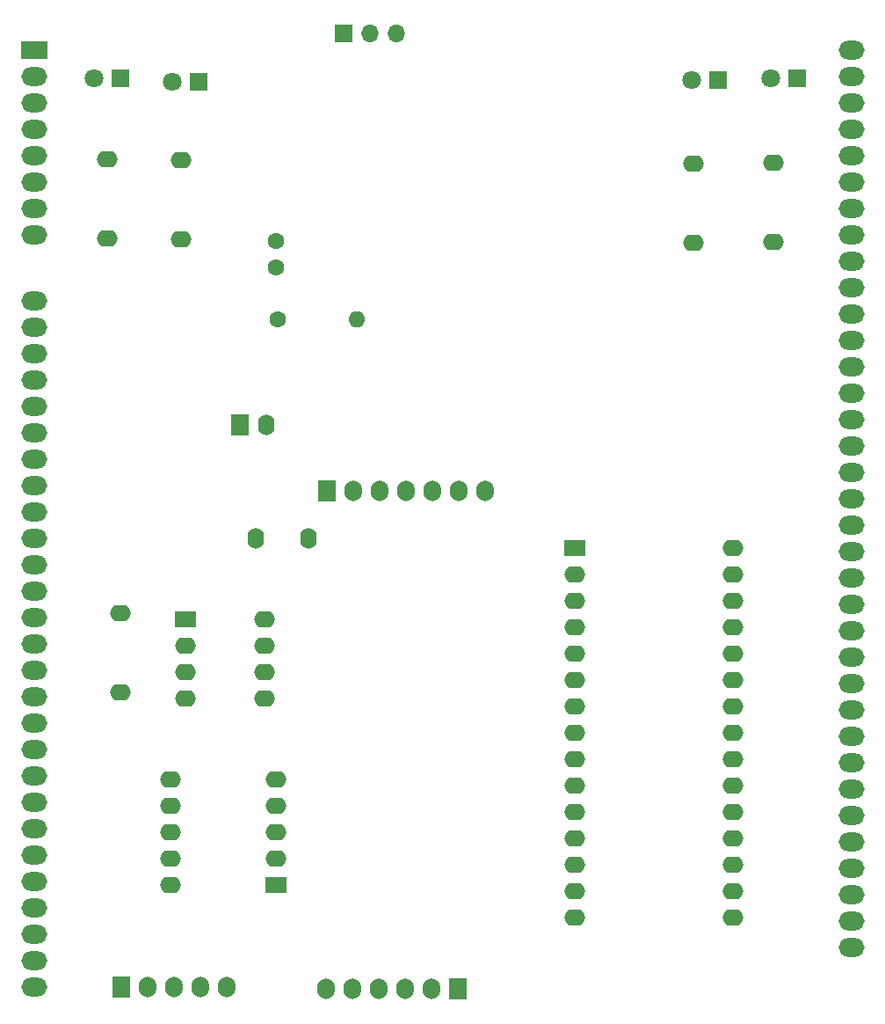
<source format=gts>
G04 #@! TF.GenerationSoftware,KiCad,Pcbnew,7.0.10-7.0.10~ubuntu20.04.1*
G04 #@! TF.CreationDate,2024-05-27T17:12:52-03:00*
G04 #@! TF.ProjectId,Gerador_sinais_AD9833,47657261-646f-4725-9f73-696e6169735f,v04*
G04 #@! TF.SameCoordinates,Original*
G04 #@! TF.FileFunction,Soldermask,Top*
G04 #@! TF.FilePolarity,Negative*
%FSLAX46Y46*%
G04 Gerber Fmt 4.6, Leading zero omitted, Abs format (unit mm)*
G04 Created by KiCad (PCBNEW 7.0.10-7.0.10~ubuntu20.04.1) date 2024-05-27 17:12:52*
%MOMM*%
%LPD*%
G01*
G04 APERTURE LIST*
%ADD10O,2.000000X1.600000*%
%ADD11R,2.000000X1.600000*%
%ADD12O,1.600000X2.000000*%
%ADD13R,1.800000X2.000000*%
%ADD14R,1.800000X1.800000*%
%ADD15C,1.800000*%
%ADD16R,1.700000X2.000000*%
%ADD17O,1.700000X2.000000*%
%ADD18O,2.500000X1.800000*%
%ADD19C,1.600000*%
%ADD20O,1.600000X1.600000*%
%ADD21R,2.500000X1.800000*%
%ADD22R,1.700000X1.700000*%
%ADD23O,1.700000X1.700000*%
G04 APERTURE END LIST*
D10*
X170230000Y-75680000D03*
X170230000Y-68060000D03*
D11*
X158760000Y-105000000D03*
D10*
X158760000Y-107540000D03*
X158760000Y-110080000D03*
X158760000Y-112620000D03*
X158760000Y-115160000D03*
X158760000Y-117700000D03*
X158760000Y-120240000D03*
X158760000Y-122780000D03*
X158760000Y-125320000D03*
X158760000Y-127860000D03*
X158760000Y-130400000D03*
X158760000Y-132940000D03*
X158760000Y-135480000D03*
X158760000Y-138020000D03*
X158760000Y-140560000D03*
X174000000Y-140560000D03*
X174000000Y-138020000D03*
X174000000Y-135480000D03*
X174000000Y-132940000D03*
X174000000Y-130400000D03*
X174000000Y-127860000D03*
X174000000Y-125320000D03*
X174000000Y-122780000D03*
X174000000Y-120240000D03*
X174000000Y-117700000D03*
X174000000Y-115160000D03*
X174000000Y-112620000D03*
X174000000Y-110080000D03*
X174000000Y-107540000D03*
X174000000Y-105000000D03*
D12*
X128042000Y-104072000D03*
X133122000Y-104072000D03*
X129018000Y-93150000D03*
D13*
X126518000Y-93150000D03*
D14*
X122570000Y-60180000D03*
D15*
X120030000Y-60180000D03*
D16*
X134900000Y-99500000D03*
D17*
X137440000Y-99500000D03*
X139980000Y-99500000D03*
X142520000Y-99500000D03*
X145060000Y-99500000D03*
X147600000Y-99500000D03*
X150140000Y-99500000D03*
D14*
X180220000Y-59830000D03*
D15*
X177680000Y-59830000D03*
D10*
X113708000Y-75250000D03*
X113708000Y-67630000D03*
D11*
X130000000Y-137500000D03*
D10*
X130000000Y-134960000D03*
X130000000Y-132420000D03*
X130000000Y-129880000D03*
X130000000Y-127340000D03*
X119840000Y-127340000D03*
X119840000Y-129880000D03*
X119840000Y-132420000D03*
X119840000Y-134960000D03*
X119840000Y-137500000D03*
D18*
X185420000Y-57150000D03*
X185420000Y-59690000D03*
X185420000Y-62230000D03*
X185420000Y-64770000D03*
X185420000Y-67310000D03*
X185420000Y-69850000D03*
X185420000Y-72390000D03*
X185420000Y-74930000D03*
X185420000Y-77470000D03*
X185420000Y-80010000D03*
X185420000Y-82550000D03*
X185420000Y-85090000D03*
X185420000Y-87630000D03*
X185420000Y-90170000D03*
X185420000Y-92710000D03*
X185420000Y-95250000D03*
X185420000Y-97790000D03*
X185420000Y-100330000D03*
X185420000Y-102870000D03*
X185420000Y-105410000D03*
X185420000Y-107950000D03*
X185420000Y-110490000D03*
X185420000Y-113030000D03*
X185420000Y-115570000D03*
X185420000Y-118110000D03*
X185420000Y-120650000D03*
X185420000Y-123190000D03*
X185420000Y-125730000D03*
X185420000Y-128270000D03*
X185420000Y-130810000D03*
X185420000Y-133350000D03*
X185420000Y-135890000D03*
X185420000Y-138430000D03*
X185420000Y-140970000D03*
X185420000Y-143510000D03*
D16*
X147540000Y-147500000D03*
D17*
X145000000Y-147500000D03*
X142460000Y-147500000D03*
X139920000Y-147500000D03*
X137380000Y-147500000D03*
X134840000Y-147500000D03*
D14*
X172570000Y-59970000D03*
D15*
X170030000Y-59970000D03*
D10*
X120820000Y-75332000D03*
X120820000Y-67712000D03*
D19*
X130190000Y-83000000D03*
D20*
X137810000Y-83000000D03*
D21*
X106680000Y-57150000D03*
D18*
X106680000Y-59690000D03*
X106680000Y-62230000D03*
X106680000Y-64770000D03*
X106680000Y-67310000D03*
X106680000Y-69850000D03*
X106680000Y-72390000D03*
X106680000Y-74930000D03*
X106680000Y-81280000D03*
X106680000Y-83820000D03*
X106680000Y-86360000D03*
X106680000Y-88900000D03*
X106680000Y-91440000D03*
X106680000Y-93980000D03*
X106680000Y-96520000D03*
X106680000Y-99060000D03*
X106680000Y-101600000D03*
X106680000Y-104140000D03*
X106680000Y-106680000D03*
X106680000Y-109220000D03*
X106680000Y-111760000D03*
X106680000Y-114300000D03*
X106680000Y-116840000D03*
X106680000Y-119380000D03*
X106680000Y-121920000D03*
X106680000Y-124460000D03*
X106680000Y-127000000D03*
X106680000Y-129540000D03*
X106680000Y-132080000D03*
X106680000Y-134620000D03*
X106680000Y-137160000D03*
X106680000Y-139700000D03*
X106680000Y-142240000D03*
X106680000Y-144780000D03*
X106680000Y-147320000D03*
D14*
X115020000Y-59790000D03*
D15*
X112480000Y-59790000D03*
D19*
X130000000Y-78000000D03*
X130000000Y-75500000D03*
D10*
X115000000Y-118890000D03*
X115000000Y-111270000D03*
X177910000Y-75570000D03*
X177910000Y-67950000D03*
D17*
X125240000Y-147300000D03*
X122700000Y-147300000D03*
X120160000Y-147300000D03*
X117620000Y-147300000D03*
D16*
X115080000Y-147300000D03*
D11*
X121240000Y-111922000D03*
D10*
X121240000Y-114462000D03*
X121240000Y-117002000D03*
X121240000Y-119542000D03*
X128860000Y-119542000D03*
X128860000Y-117002000D03*
X128860000Y-114462000D03*
X128860000Y-111922000D03*
D22*
X136500000Y-55500000D03*
D23*
X139040000Y-55500000D03*
X141580000Y-55500000D03*
M02*

</source>
